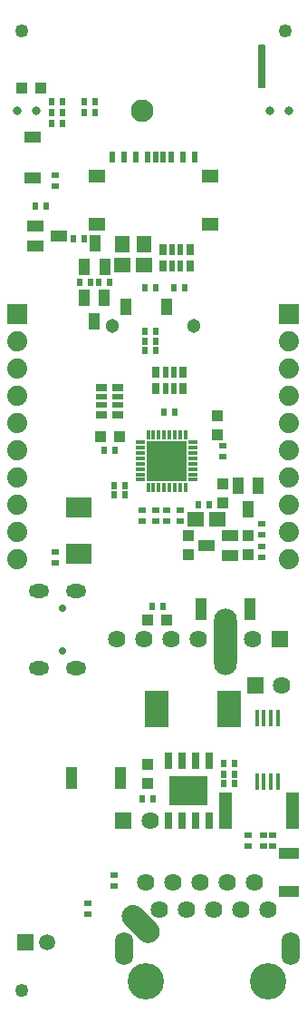
<source format=gbr>
G04 #@! TF.GenerationSoftware,KiCad,Pcbnew,5.1.6-c6e7f7d~87~ubuntu18.04.1*
G04 #@! TF.CreationDate,2021-11-08T15:35:58+02:00*
G04 #@! TF.ProjectId,ESP32-PoE-ISO_Rev_H,45535033-322d-4506-9f45-2d49534f5f52,H*
G04 #@! TF.SameCoordinates,Original*
G04 #@! TF.FileFunction,Soldermask,Bot*
G04 #@! TF.FilePolarity,Negative*
%FSLAX46Y46*%
G04 Gerber Fmt 4.6, Leading zero omitted, Abs format (unit mm)*
G04 Created by KiCad (PCBNEW 5.1.6-c6e7f7d~87~ubuntu18.04.1) date 2021-11-08 15:35:58*
%MOMM*%
%LPD*%
G01*
G04 APERTURE LIST*
%ADD10C,0.801600*%
%ADD11C,2.101600*%
%ADD12R,1.117600X1.117600*%
%ADD13R,0.601600X0.651600*%
%ADD14R,1.117600X2.133600*%
%ADD15C,1.625600*%
%ADD16R,1.625600X1.625600*%
%ADD17R,1.501600X1.501600*%
%ADD18C,1.501600*%
%ADD19R,2.301600X3.501600*%
%ADD20R,0.651600X0.601600*%
%ADD21R,1.371600X1.625600*%
%ADD22C,1.254000*%
%ADD23R,1.501600X1.101600*%
%ADD24C,1.879600*%
%ADD25R,1.879600X1.879600*%
%ADD26R,1.101600X1.501600*%
%ADD27R,1.625600X1.371600*%
%ADD28R,1.879600X1.117600*%
%ADD29R,0.601600X1.101600*%
%ADD30R,1.601600X1.301600*%
%ADD31R,0.482600X1.117600*%
%ADD32R,0.736600X1.117600*%
%ADD33R,3.701600X3.701600*%
%ADD34R,0.501600X0.501600*%
%ADD35R,1.524000X1.524000*%
%ADD36R,0.351600X0.901600*%
%ADD37R,0.901600X0.351600*%
%ADD38O,2.133600X6.197600*%
%ADD39C,1.301600*%
%ADD40R,1.117600X0.482600*%
%ADD41R,1.117600X0.736600*%
%ADD42C,0.701600*%
%ADD43O,1.901600X1.301600*%
%ADD44R,2.387600X1.879600*%
%ADD45C,3.401601*%
%ADD46O,1.701600X3.101599*%
%ADD47R,0.451600X1.601600*%
%ADD48R,3.601600X2.701600*%
%ADD49R,0.701600X1.501600*%
%ADD50C,1.901600*%
%ADD51R,1.301600X3.501601*%
%ADD52C,0.203200*%
G04 APERTURE END LIST*
D10*
X115059000Y-104267000D03*
X116859000Y-104267000D03*
X91421000Y-104267000D03*
X93221000Y-104267000D03*
D11*
X103140000Y-104235000D03*
D12*
X91821000Y-102108000D03*
X93599000Y-102108000D03*
D13*
X97663000Y-103378000D03*
X98679000Y-103378000D03*
D14*
X101092000Y-166497000D03*
X96520000Y-166497000D03*
X113157000Y-150749000D03*
X108585000Y-150749000D03*
D15*
X113411000Y-153543000D03*
D16*
X115951000Y-153543000D03*
D15*
X108331000Y-153543000D03*
X105791000Y-153543000D03*
X100711000Y-153543000D03*
X103251000Y-153543000D03*
D17*
X92209620Y-181759860D03*
D18*
X94221300Y-181757320D03*
D19*
X104423000Y-160020000D03*
X111223000Y-160020000D03*
D15*
X103866000Y-170434000D03*
D16*
X101366000Y-170434000D03*
D20*
X94996000Y-145415000D03*
X94996000Y-146431000D03*
G36*
G01*
X102935679Y-181571462D02*
X101498838Y-180134622D01*
G75*
G02*
X101498838Y-178625938I754342J754342D01*
G01*
X101498838Y-178625938D01*
G75*
G02*
X103007522Y-178625938I754342J-754342D01*
G01*
X104444362Y-180062778D01*
G75*
G02*
X104444362Y-181571462I-754342J-754342D01*
G01*
X104444362Y-181571462D01*
G75*
G02*
X102935678Y-181571462I-754342J754342D01*
G01*
G37*
D13*
X94615000Y-104394000D03*
X95631000Y-104394000D03*
X94615000Y-103378000D03*
X95631000Y-103378000D03*
X95631000Y-105410000D03*
X94615000Y-105410000D03*
D12*
X105410000Y-151765000D03*
X103632000Y-151765000D03*
D20*
X114300000Y-142748000D03*
X114300000Y-143764000D03*
D12*
X113030000Y-143891000D03*
X113030000Y-145669000D03*
D21*
X103251000Y-116713000D03*
X101219000Y-116713000D03*
D22*
X91821000Y-186309000D03*
X116459000Y-96774000D03*
X91821000Y-96774000D03*
D13*
X106172000Y-132334000D03*
X105156000Y-132334000D03*
X99568000Y-135890000D03*
X100584000Y-135890000D03*
X101473000Y-139192000D03*
X100457000Y-139192000D03*
X109347000Y-140970000D03*
X108331000Y-140970000D03*
X94107000Y-113157000D03*
X93091000Y-113157000D03*
D20*
X94996000Y-111252000D03*
X94996000Y-110236000D03*
D13*
X104394000Y-126619000D03*
X103378000Y-126619000D03*
X104394000Y-124841000D03*
X103378000Y-124841000D03*
X104394000Y-120777000D03*
X103378000Y-120777000D03*
X104394000Y-125730000D03*
X103378000Y-125730000D03*
X100457000Y-140081000D03*
X101473000Y-140081000D03*
D20*
X110617000Y-136525000D03*
X110617000Y-135509000D03*
X105410000Y-141478000D03*
X105410000Y-142494000D03*
X106680000Y-142494000D03*
X106680000Y-141478000D03*
X103124000Y-142494000D03*
X103124000Y-141478000D03*
X104394000Y-142494000D03*
X104394000Y-141478000D03*
X114300000Y-145923000D03*
X114300000Y-144907000D03*
D13*
X105029000Y-150495000D03*
X104013000Y-150495000D03*
X96647000Y-116205000D03*
X97663000Y-116205000D03*
D23*
X111343440Y-143830040D03*
X111343440Y-145732500D03*
X109133640Y-144777460D03*
D24*
X116840000Y-146080000D03*
X116840000Y-143540000D03*
X116840000Y-138460000D03*
X116840000Y-141000000D03*
X116840000Y-135920000D03*
X116840000Y-133380000D03*
D25*
X116840000Y-123220000D03*
D24*
X116840000Y-125760000D03*
X116840000Y-128300000D03*
X116840000Y-130840000D03*
X91440000Y-130840000D03*
X91440000Y-128300000D03*
X91440000Y-125760000D03*
D25*
X91440000Y-123220000D03*
D24*
X91440000Y-133380000D03*
X91440000Y-135920000D03*
X91440000Y-141000000D03*
X91440000Y-138460000D03*
X91440000Y-143540000D03*
X91440000Y-146080000D03*
D26*
X99628960Y-118836440D03*
X97726500Y-118836440D03*
X98681540Y-116626640D03*
D27*
X101219000Y-118618000D03*
X103251000Y-118618000D03*
D28*
X116840000Y-177038000D03*
X116840000Y-173482000D03*
D29*
X100290000Y-108587000D03*
X101390000Y-108587000D03*
X102490000Y-108587000D03*
X103590000Y-108587000D03*
X104340000Y-108587000D03*
X105040000Y-108587000D03*
X105790000Y-108587000D03*
X106890000Y-108587000D03*
X107990000Y-108587000D03*
D30*
X109440000Y-110337000D03*
X98840000Y-110337000D03*
X109440000Y-114787000D03*
X98840000Y-114787000D03*
D12*
X110109000Y-134493000D03*
X110109000Y-132715000D03*
X99187000Y-134620000D03*
X100965000Y-134620000D03*
X107442000Y-143891000D03*
X107442000Y-145669000D03*
X110617000Y-140843000D03*
X110617000Y-139065000D03*
D31*
X106045000Y-128651000D03*
X105283000Y-128651000D03*
X106045000Y-130175000D03*
X105283000Y-130175000D03*
D32*
X106934000Y-128651000D03*
X106934000Y-130175000D03*
X104394000Y-128651000D03*
X104394000Y-130175000D03*
D26*
X97663000Y-121666000D03*
X99565460Y-121666000D03*
X98610420Y-123875800D03*
D27*
X110109000Y-142367000D03*
X108077000Y-142367000D03*
D13*
X98679000Y-104394000D03*
X97663000Y-104394000D03*
D26*
X105405000Y-122555000D03*
X101605000Y-122555000D03*
D13*
X106045000Y-120777000D03*
X107061000Y-120777000D03*
D33*
X105410000Y-136906000D03*
D34*
X106710000Y-137406000D03*
X106710000Y-136406000D03*
X105910000Y-135606000D03*
X104910000Y-135606000D03*
X104110000Y-136406000D03*
X104110000Y-137406000D03*
X104910000Y-138206000D03*
X105910000Y-138206000D03*
D35*
X105410000Y-136906000D03*
D36*
X103660000Y-139356000D03*
X104160000Y-139356000D03*
X104660000Y-139356000D03*
X105160000Y-139356000D03*
X105660000Y-139356000D03*
X106160000Y-139356000D03*
X106660000Y-139356000D03*
X107160000Y-139356000D03*
D37*
X107860000Y-138656000D03*
X107860000Y-138156000D03*
X107860000Y-137656000D03*
X107860000Y-137156000D03*
X107860000Y-136656000D03*
X107860000Y-136156000D03*
X107860000Y-135656000D03*
X107860000Y-135156000D03*
D36*
X107160000Y-134456000D03*
X106660000Y-134456000D03*
X106160000Y-134456000D03*
X105660000Y-134456000D03*
X105160000Y-134456000D03*
X104660000Y-134456000D03*
X104160000Y-134456000D03*
X103660000Y-134456000D03*
D37*
X102960000Y-135156000D03*
X102960000Y-135656000D03*
X102960000Y-136156000D03*
X102960000Y-136656000D03*
X102960000Y-137156000D03*
X102960000Y-137656000D03*
X102960000Y-138156000D03*
X102960000Y-138656000D03*
D13*
X100076000Y-120269000D03*
X99060000Y-120269000D03*
X98298000Y-120269000D03*
X97282000Y-120269000D03*
D23*
X95334000Y-115951000D03*
X93134000Y-115001000D03*
X93134000Y-116901000D03*
D26*
X113027460Y-141437360D03*
X113982500Y-139227560D03*
X112080040Y-139227560D03*
D32*
X105029000Y-118745000D03*
X105029000Y-117221000D03*
X107569000Y-118745000D03*
X107569000Y-117221000D03*
D31*
X105918000Y-118745000D03*
X106680000Y-118745000D03*
X105918000Y-117221000D03*
X106680000Y-117221000D03*
D38*
X110871000Y-153733500D03*
D39*
X107950000Y-124333000D03*
X100330000Y-124333000D03*
D40*
X99314000Y-130937000D03*
X99314000Y-131699000D03*
X100838000Y-130937000D03*
X100838000Y-131699000D03*
D41*
X99314000Y-130048000D03*
X100838000Y-130048000D03*
X99314000Y-132588000D03*
X100838000Y-132588000D03*
D42*
X95626000Y-150654000D03*
X95626000Y-154654000D03*
D43*
X93476000Y-149054000D03*
X96946000Y-149054000D03*
X96946000Y-156254000D03*
X93476000Y-156254000D03*
D44*
X97155000Y-145560000D03*
X97155000Y-141206000D03*
D45*
X114915000Y-185443000D03*
X103485000Y-185443000D03*
D46*
X117000000Y-182393000D03*
X101400000Y-182393000D03*
D15*
X114915000Y-178793000D03*
X113645000Y-176253000D03*
X112375000Y-178793000D03*
X111105000Y-176253000D03*
X109835000Y-178793000D03*
X108565000Y-176253000D03*
X107295000Y-178793000D03*
X106025000Y-176253000D03*
X104755000Y-178793000D03*
X103485000Y-176253000D03*
D23*
X92837000Y-110485000D03*
X92837000Y-106685000D03*
D20*
X100457000Y-175514000D03*
X100457000Y-176530000D03*
X98044000Y-179197000D03*
X98044000Y-178181000D03*
D13*
X111760000Y-167005000D03*
X110744000Y-167005000D03*
D15*
X116185000Y-157861000D03*
D16*
X113685000Y-157861000D03*
D20*
X113030000Y-171831000D03*
X113030000Y-172847000D03*
X115316000Y-172847000D03*
X115316000Y-171831000D03*
X114427000Y-172847000D03*
X114427000Y-171831000D03*
D13*
X103124000Y-168402000D03*
X104140000Y-168402000D03*
X110744000Y-165100000D03*
X111760000Y-165100000D03*
X111760000Y-166116000D03*
X110744000Y-166116000D03*
D47*
X115783000Y-160880000D03*
X115133000Y-160880000D03*
X114483000Y-160880000D03*
X113833000Y-160880000D03*
X113833000Y-166780000D03*
X114483000Y-166780000D03*
X115133000Y-166780000D03*
X115783000Y-166780000D03*
D48*
X107442000Y-167646000D03*
D49*
X105537000Y-170446000D03*
X106807000Y-170446000D03*
X108077000Y-170446000D03*
X109347000Y-170446000D03*
X109347000Y-164846000D03*
X108077000Y-164846000D03*
X106807000Y-164846000D03*
X105537000Y-164846000D03*
D50*
X107442000Y-167646000D03*
D12*
X103632000Y-165227000D03*
X103632000Y-167005000D03*
D51*
X117196000Y-169545000D03*
X110896000Y-169545000D03*
D52*
G36*
X114579400Y-102006400D02*
G01*
X114020600Y-102006400D01*
X114020600Y-98145600D01*
X114579400Y-98145600D01*
X114579400Y-102006400D01*
G37*
X114579400Y-102006400D02*
X114020600Y-102006400D01*
X114020600Y-98145600D01*
X114579400Y-98145600D01*
X114579400Y-102006400D01*
M02*

</source>
